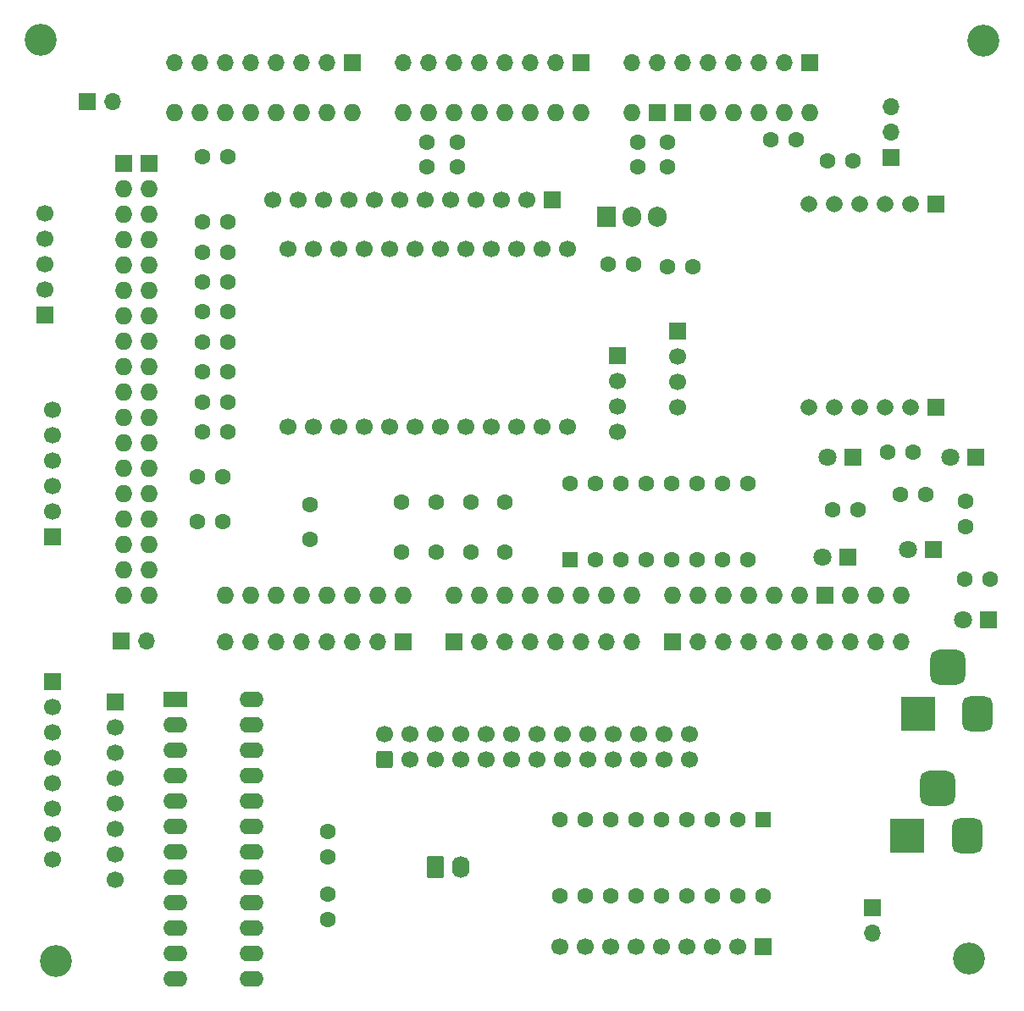
<source format=gbr>
G04 #@! TF.GenerationSoftware,KiCad,Pcbnew,9.0.4*
G04 #@! TF.CreationDate,2025-11-10T22:17:31+11:00*
G04 #@! TF.ProjectId,Jet Ranger Radio Controller,4a657420-5261-46e6-9765-722052616469,rev?*
G04 #@! TF.SameCoordinates,Original*
G04 #@! TF.FileFunction,Soldermask,Bot*
G04 #@! TF.FilePolarity,Negative*
%FSLAX46Y46*%
G04 Gerber Fmt 4.6, Leading zero omitted, Abs format (unit mm)*
G04 Created by KiCad (PCBNEW 9.0.4) date 2025-11-10 22:17:31*
%MOMM*%
%LPD*%
G01*
G04 APERTURE LIST*
G04 Aperture macros list*
%AMRoundRect*
0 Rectangle with rounded corners*
0 $1 Rounding radius*
0 $2 $3 $4 $5 $6 $7 $8 $9 X,Y pos of 4 corners*
0 Add a 4 corners polygon primitive as box body*
4,1,4,$2,$3,$4,$5,$6,$7,$8,$9,$2,$3,0*
0 Add four circle primitives for the rounded corners*
1,1,$1+$1,$2,$3*
1,1,$1+$1,$4,$5*
1,1,$1+$1,$6,$7*
1,1,$1+$1,$8,$9*
0 Add four rect primitives between the rounded corners*
20,1,$1+$1,$2,$3,$4,$5,0*
20,1,$1+$1,$4,$5,$6,$7,0*
20,1,$1+$1,$6,$7,$8,$9,0*
20,1,$1+$1,$8,$9,$2,$3,0*%
G04 Aperture macros list end*
%ADD10C,3.200000*%
%ADD11R,1.700000X1.700000*%
%ADD12C,1.700000*%
%ADD13RoundRect,0.250000X-0.620000X-0.845000X0.620000X-0.845000X0.620000X0.845000X-0.620000X0.845000X0*%
%ADD14O,1.740000X2.190000*%
%ADD15C,1.600000*%
%ADD16O,1.700000X1.700000*%
%ADD17R,2.400000X1.600000*%
%ADD18O,2.400000X1.600000*%
%ADD19R,1.800000X1.800000*%
%ADD20C,1.800000*%
%ADD21R,3.500000X3.500000*%
%ADD22RoundRect,0.750000X0.750000X1.000000X-0.750000X1.000000X-0.750000X-1.000000X0.750000X-1.000000X0*%
%ADD23RoundRect,0.875000X0.875000X0.875000X-0.875000X0.875000X-0.875000X-0.875000X0.875000X-0.875000X0*%
%ADD24RoundRect,0.250000X0.550000X-0.550000X0.550000X0.550000X-0.550000X0.550000X-0.550000X-0.550000X0*%
%ADD25RoundRect,0.250000X-0.550000X0.550000X-0.550000X-0.550000X0.550000X-0.550000X0.550000X0.550000X0*%
%ADD26R,1.905000X2.000000*%
%ADD27O,1.905000X2.000000*%
%ADD28R,1.665000X1.665000*%
%ADD29C,1.665000*%
%ADD30RoundRect,0.250000X0.600000X-0.600000X0.600000X0.600000X-0.600000X0.600000X-0.600000X-0.600000X0*%
%ADD31O,1.727200X1.727200*%
%ADD32R,1.727200X1.727200*%
G04 APERTURE END LIST*
D10*
X125101000Y-130612200D03*
D11*
X104570000Y-129500000D03*
D12*
X102030000Y-129500000D03*
X99490000Y-129500000D03*
X96950000Y-129500000D03*
X94410000Y-129500000D03*
X91870000Y-129500000D03*
X89330000Y-129500000D03*
X86790000Y-129500000D03*
X84250000Y-129500000D03*
D13*
X71750000Y-121500000D03*
D14*
X74290000Y-121500000D03*
D11*
X83450000Y-54750000D03*
D12*
X80910000Y-54750000D03*
X78370000Y-54750000D03*
X75830000Y-54750000D03*
X73290000Y-54750000D03*
X70750000Y-54750000D03*
X68210000Y-54750000D03*
X65670000Y-54750000D03*
X63130000Y-54750000D03*
X60590000Y-54750000D03*
X58050000Y-54750000D03*
X55510000Y-54750000D03*
D11*
X32750000Y-66330000D03*
D12*
X32750000Y-63790000D03*
X32750000Y-61250000D03*
X32750000Y-58710000D03*
X32750000Y-56170000D03*
D11*
X33500000Y-88500000D03*
D12*
X33500000Y-85960000D03*
X33500000Y-83420000D03*
X33500000Y-80880000D03*
X33500000Y-78340000D03*
X33500000Y-75800000D03*
D11*
X33500000Y-103000000D03*
D12*
X33500000Y-105540000D03*
X33500000Y-108080000D03*
X33500000Y-110620000D03*
X33500000Y-113160000D03*
X33500000Y-115700000D03*
X33500000Y-118240000D03*
X33500000Y-120780000D03*
D11*
X39750000Y-105000000D03*
D12*
X39750000Y-107540000D03*
X39750000Y-110080000D03*
X39750000Y-112620000D03*
X39750000Y-115160000D03*
X39750000Y-117700000D03*
X39750000Y-120240000D03*
X39750000Y-122780000D03*
D15*
X70940000Y-51500000D03*
X70940000Y-49000000D03*
D10*
X126589800Y-38832100D03*
D15*
X50500000Y-82500000D03*
X47960000Y-82500000D03*
X71850000Y-90000000D03*
X71850000Y-85000000D03*
D11*
X63500000Y-41046400D03*
D16*
X60960000Y-41046400D03*
X58420000Y-41046400D03*
X55880000Y-41046400D03*
X53340000Y-41046400D03*
X50800000Y-41046400D03*
X48260000Y-41046400D03*
X45720000Y-41046400D03*
D17*
X45750000Y-104750000D03*
D18*
X45750000Y-107290000D03*
X45750000Y-109830000D03*
X45750000Y-112370000D03*
X45750000Y-114910000D03*
X45750000Y-117450000D03*
X45750000Y-119990000D03*
X45750000Y-122530000D03*
X45750000Y-125070000D03*
X45750000Y-127610000D03*
X45750000Y-130150000D03*
X45750000Y-132690000D03*
X53370000Y-132690000D03*
X53370000Y-130150000D03*
X53370000Y-127610000D03*
X53370000Y-125070000D03*
X53370000Y-122530000D03*
X53370000Y-119990000D03*
X53370000Y-117450000D03*
X53370000Y-114910000D03*
X53370000Y-112370000D03*
X53370000Y-109830000D03*
X53370000Y-107290000D03*
X53370000Y-104750000D03*
D11*
X117298000Y-50550000D03*
D16*
X117298000Y-48010000D03*
X117298000Y-45470000D03*
D11*
X86360000Y-41046400D03*
D16*
X83820000Y-41046400D03*
X81280000Y-41046400D03*
X78740000Y-41046400D03*
X76200000Y-41046400D03*
X73660000Y-41046400D03*
X71120000Y-41046400D03*
X68580000Y-41046400D03*
D15*
X51040000Y-72000000D03*
X48500000Y-72000000D03*
D19*
X113540000Y-80500000D03*
D20*
X111000000Y-80500000D03*
D15*
X61000000Y-117960000D03*
X61000000Y-120500000D03*
X118250000Y-84250000D03*
X120790000Y-84250000D03*
X51040000Y-66000000D03*
X48500000Y-66000000D03*
X124750000Y-87500000D03*
X124750000Y-84960000D03*
D10*
X32300000Y-38800000D03*
D11*
X37000000Y-45000000D03*
D16*
X39540000Y-45000000D03*
D21*
X118949000Y-118350000D03*
D22*
X124949000Y-118350000D03*
D23*
X121949000Y-113650000D03*
D11*
X96000000Y-67880000D03*
D12*
X96000000Y-70420000D03*
X96000000Y-72960000D03*
X96000000Y-75500000D03*
D24*
X85220000Y-90750000D03*
D15*
X87760000Y-90750000D03*
X90300000Y-90750000D03*
X92840000Y-90750000D03*
X95380000Y-90750000D03*
X97920000Y-90750000D03*
X100460000Y-90750000D03*
X103000000Y-90750000D03*
X103000000Y-83130000D03*
X100460000Y-83130000D03*
X97920000Y-83130000D03*
X95380000Y-83130000D03*
X92840000Y-83130000D03*
X90300000Y-83130000D03*
X87760000Y-83130000D03*
X85220000Y-83130000D03*
X73950000Y-51500000D03*
X73950000Y-49000000D03*
D19*
X127040000Y-96750000D03*
D20*
X124500000Y-96750000D03*
D15*
X59250000Y-85250000D03*
X59250000Y-88750000D03*
D19*
X125770000Y-80500000D03*
D20*
X123230000Y-80500000D03*
D25*
X104550000Y-116750000D03*
D15*
X102010000Y-116750000D03*
X99470000Y-116750000D03*
X96930000Y-116750000D03*
X94390000Y-116750000D03*
X91850000Y-116750000D03*
X89310000Y-116750000D03*
X86770000Y-116750000D03*
X84230000Y-116750000D03*
X84230000Y-124370000D03*
X86770000Y-124370000D03*
X89310000Y-124370000D03*
X91850000Y-124370000D03*
X94390000Y-124370000D03*
X96930000Y-124370000D03*
X99470000Y-124370000D03*
X102010000Y-124370000D03*
X104550000Y-124370000D03*
X51040000Y-69000000D03*
X48500000Y-69000000D03*
X51000000Y-75000000D03*
X48460000Y-75000000D03*
X124710000Y-92750000D03*
X127250000Y-92750000D03*
X117000000Y-80000000D03*
X119540000Y-80000000D03*
D11*
X68580000Y-98958400D03*
D16*
X66040000Y-98958400D03*
X63500000Y-98958400D03*
X60960000Y-98958400D03*
X58420000Y-98958400D03*
X55880000Y-98958400D03*
X53340000Y-98958400D03*
X50800000Y-98958400D03*
D15*
X51000000Y-50500000D03*
X48460000Y-50500000D03*
X94960000Y-61500000D03*
X97500000Y-61500000D03*
D26*
X88920000Y-56500000D03*
D27*
X91460000Y-56500000D03*
X94000000Y-56500000D03*
D10*
X33851800Y-130929500D03*
D28*
X121809000Y-55183300D03*
D29*
X119269000Y-55183300D03*
X116729000Y-55183300D03*
X114189000Y-55183300D03*
X111649000Y-55183300D03*
X109109000Y-55183300D03*
D28*
X121809000Y-75503300D03*
D29*
X119269000Y-75503300D03*
X116729000Y-75503300D03*
X114189000Y-75503300D03*
X111649000Y-75503300D03*
X109109000Y-75503300D03*
D19*
X113040000Y-90500000D03*
D20*
X110500000Y-90500000D03*
D15*
X111455000Y-85750000D03*
X113995000Y-85750000D03*
D11*
X109220000Y-41046400D03*
D16*
X106680000Y-41046400D03*
X104140000Y-41046400D03*
X101600000Y-41046400D03*
X99060000Y-41046400D03*
X96520000Y-41046400D03*
X93980000Y-41046400D03*
X91440000Y-41046400D03*
D15*
X51040000Y-60000000D03*
X48500000Y-60000000D03*
X95000000Y-51500000D03*
X95000000Y-49000000D03*
D11*
X115450000Y-125560000D03*
D16*
X115450000Y-128100000D03*
D15*
X61000000Y-126750000D03*
X61000000Y-124250000D03*
D11*
X90000000Y-70385000D03*
D12*
X90000000Y-72925000D03*
X90000000Y-75465000D03*
X90000000Y-78005000D03*
X57050000Y-77500000D03*
X59590000Y-77500000D03*
X62130000Y-77500000D03*
X64670000Y-77500000D03*
X67210000Y-77500000D03*
X69750000Y-77500000D03*
X72290000Y-77500000D03*
X74830000Y-77500000D03*
X77370000Y-77500000D03*
X79910000Y-77500000D03*
X82450000Y-77500000D03*
X84990000Y-77500000D03*
X84990000Y-59720000D03*
X82450000Y-59720000D03*
X79910000Y-59720000D03*
X77370000Y-59720000D03*
X74830000Y-59720000D03*
X72290000Y-59720000D03*
X69750000Y-59720000D03*
X67210000Y-59720000D03*
X64670000Y-59720000D03*
X62130000Y-59720000D03*
X59590000Y-59720000D03*
X57050000Y-59720000D03*
D15*
X110960000Y-50900000D03*
X113500000Y-50900000D03*
X51040000Y-63000000D03*
X48500000Y-63000000D03*
X89037500Y-61212500D03*
X91577500Y-61212500D03*
X51000000Y-78000000D03*
X48460000Y-78000000D03*
X105350000Y-48750000D03*
X107890000Y-48750000D03*
X91990000Y-51500000D03*
X91990000Y-49000000D03*
D19*
X121540000Y-89750000D03*
D20*
X119000000Y-89750000D03*
D15*
X68400000Y-90000000D03*
X68400000Y-85000000D03*
X75300000Y-90000000D03*
X75300000Y-85000000D03*
D21*
X120000000Y-106207500D03*
D22*
X126000000Y-106207500D03*
D23*
X123000000Y-101507500D03*
D11*
X95504000Y-98958400D03*
D16*
X98044000Y-98958400D03*
X100584000Y-98958400D03*
X103124000Y-98958400D03*
X105664000Y-98958400D03*
X108204000Y-98958400D03*
X110744000Y-98958400D03*
X113284000Y-98958400D03*
X115824000Y-98958400D03*
X118364000Y-98958400D03*
D30*
X66670000Y-110750000D03*
D12*
X66670000Y-108210000D03*
X69210000Y-110750000D03*
X69210000Y-108210000D03*
X71750000Y-110750000D03*
X71750000Y-108210000D03*
X74290000Y-110750000D03*
X74290000Y-108210000D03*
X76830000Y-110750000D03*
X76830000Y-108210000D03*
X79370000Y-110750000D03*
X79370000Y-108210000D03*
X81910000Y-110750000D03*
X81910000Y-108210000D03*
X84450000Y-110750000D03*
X84450000Y-108210000D03*
X86990000Y-110750000D03*
X86990000Y-108210000D03*
X89530000Y-110750000D03*
X89530000Y-108210000D03*
X92070000Y-110750000D03*
X92070000Y-108210000D03*
X94610000Y-110750000D03*
X94610000Y-108210000D03*
X97150000Y-110750000D03*
X97150000Y-108210000D03*
D15*
X78750000Y-90000000D03*
X78750000Y-85000000D03*
X51000000Y-57000000D03*
X48460000Y-57000000D03*
D11*
X40411400Y-98933000D03*
D16*
X42951400Y-98933000D03*
D11*
X73660000Y-98958400D03*
D16*
X76200000Y-98958400D03*
X78740000Y-98958400D03*
X81280000Y-98958400D03*
X83820000Y-98958400D03*
X86360000Y-98958400D03*
X88900000Y-98958400D03*
X91440000Y-98958400D03*
D31*
X109205000Y-46039300D03*
X101585000Y-46039300D03*
X99045000Y-46039300D03*
X43165000Y-94299300D03*
X40625000Y-94299300D03*
X86345000Y-46039300D03*
X83805000Y-46039300D03*
X81265000Y-46039300D03*
X78725000Y-46039300D03*
X76185000Y-46039300D03*
X73645000Y-46039300D03*
X71105000Y-46039300D03*
X68565000Y-46039300D03*
X63485000Y-46039300D03*
X60945000Y-46039300D03*
X58405000Y-46039300D03*
X55865000Y-46039300D03*
X53325000Y-46039300D03*
X50785000Y-46039300D03*
X48245000Y-46039300D03*
X45705000Y-46039300D03*
X113269000Y-94299300D03*
X73645000Y-94299300D03*
X76185000Y-94299300D03*
X78725000Y-94299300D03*
X81265000Y-94299300D03*
X83805000Y-94299300D03*
X86345000Y-94299300D03*
X88885000Y-94299300D03*
X91425000Y-94299300D03*
X95489000Y-94299300D03*
X98029000Y-94299300D03*
X100569000Y-94299300D03*
X103109000Y-94299300D03*
X105649000Y-94299300D03*
X108189000Y-94299300D03*
X68565000Y-94299300D03*
X66025000Y-94299300D03*
X63485000Y-94299300D03*
X60945000Y-94299300D03*
X58405000Y-94299300D03*
X55865000Y-94299300D03*
X53325000Y-94299300D03*
X50785000Y-94299300D03*
X43165000Y-91759300D03*
X40625000Y-91759300D03*
X43165000Y-89219300D03*
X40625000Y-89219300D03*
X43165000Y-86679300D03*
X40625000Y-86679300D03*
X43165000Y-84139300D03*
X40625000Y-84139300D03*
X43165000Y-81599300D03*
X40625000Y-81599300D03*
X43165000Y-79059300D03*
X40625000Y-79059300D03*
X43165000Y-76519300D03*
X40625000Y-76519300D03*
X43165000Y-73979300D03*
X40625000Y-73979300D03*
X43165000Y-71439300D03*
X40625000Y-71439300D03*
X43165000Y-68899300D03*
X40625000Y-68899300D03*
X43165000Y-66359300D03*
X40625000Y-66359300D03*
X43165000Y-63819300D03*
X40625000Y-63819300D03*
X43165000Y-61279300D03*
X40625000Y-61279300D03*
X43165000Y-58739300D03*
X40625000Y-58739300D03*
X43165000Y-56199300D03*
X40625000Y-56199300D03*
X43165000Y-53659300D03*
X40625000Y-53659300D03*
D32*
X110729000Y-94299300D03*
X96505000Y-46039300D03*
X93965000Y-46039300D03*
X43165000Y-51119300D03*
X40625000Y-51119300D03*
D31*
X106665000Y-46039300D03*
X104125000Y-46039300D03*
X118349000Y-94299300D03*
X115809000Y-94299300D03*
X91425000Y-46039300D03*
D15*
X50500000Y-87000000D03*
X47960000Y-87000000D03*
M02*

</source>
